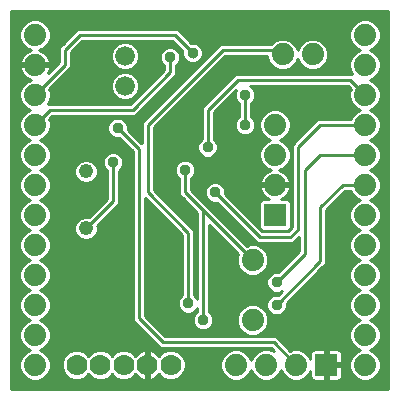
<source format=gbl>
G75*
%MOIN*%
%OFA0B0*%
%FSLAX25Y25*%
%IPPOS*%
%LPD*%
%AMOC8*
5,1,8,0,0,1.08239X$1,22.5*
%
%ADD10C,0.04800*%
%ADD11R,0.07400X0.07400*%
%ADD12C,0.07400*%
%ADD13C,0.06600*%
%ADD14C,0.07000*%
%ADD15C,0.01000*%
%ADD16C,0.03762*%
D10*
X0028500Y0057996D03*
X0028500Y0076996D03*
D11*
X0091500Y0062496D03*
X0108500Y0012496D03*
D12*
X0098500Y0012496D03*
X0088500Y0012496D03*
X0078500Y0012496D03*
X0084000Y0027496D03*
X0084000Y0047496D03*
X0091500Y0072496D03*
X0091500Y0082496D03*
X0091500Y0092496D03*
X0094000Y0115996D03*
X0104000Y0115996D03*
X0121500Y0112496D03*
X0121500Y0102496D03*
X0121500Y0092496D03*
X0121500Y0082496D03*
X0121500Y0072496D03*
X0121500Y0062496D03*
X0121500Y0052496D03*
X0121500Y0042496D03*
X0121500Y0032496D03*
X0121500Y0022496D03*
X0121500Y0012496D03*
X0121500Y0122496D03*
X0011500Y0122496D03*
X0011500Y0112496D03*
X0011500Y0102496D03*
X0011500Y0092496D03*
X0011500Y0082496D03*
X0011500Y0072496D03*
X0011500Y0062496D03*
X0011500Y0052496D03*
X0011500Y0042496D03*
X0011500Y0032496D03*
X0011500Y0022496D03*
X0011500Y0012496D03*
D13*
X0041500Y0105496D03*
X0041500Y0115496D03*
D14*
X0041000Y0012496D03*
X0033165Y0012496D03*
X0025331Y0012496D03*
X0048835Y0012496D03*
X0056669Y0012496D03*
D15*
X0003500Y0004496D02*
X0003500Y0130457D01*
X0129201Y0130457D01*
X0129201Y0004496D01*
X0003500Y0004496D01*
X0003500Y0005492D02*
X0129201Y0005492D01*
X0129201Y0006490D02*
X0003500Y0006490D01*
X0003500Y0007489D02*
X0010001Y0007489D01*
X0010466Y0007296D02*
X0012534Y0007296D01*
X0014446Y0008088D01*
X0015908Y0009551D01*
X0016700Y0011462D01*
X0016700Y0013531D01*
X0015908Y0015442D01*
X0014446Y0016905D01*
X0013017Y0017496D01*
X0014446Y0018088D01*
X0015908Y0019551D01*
X0016700Y0021462D01*
X0016700Y0023531D01*
X0015908Y0025442D01*
X0014446Y0026905D01*
X0013017Y0027496D01*
X0014446Y0028088D01*
X0015908Y0029551D01*
X0016700Y0031462D01*
X0016700Y0033531D01*
X0015908Y0035442D01*
X0014446Y0036905D01*
X0013017Y0037496D01*
X0014446Y0038088D01*
X0015908Y0039551D01*
X0016700Y0041462D01*
X0016700Y0043531D01*
X0015908Y0045442D01*
X0014446Y0046905D01*
X0013017Y0047496D01*
X0014446Y0048088D01*
X0015908Y0049551D01*
X0016700Y0051462D01*
X0016700Y0053531D01*
X0015908Y0055442D01*
X0014446Y0056905D01*
X0013017Y0057496D01*
X0014446Y0058088D01*
X0015908Y0059551D01*
X0016700Y0061462D01*
X0016700Y0063531D01*
X0015908Y0065442D01*
X0014446Y0066905D01*
X0013017Y0067496D01*
X0014446Y0068088D01*
X0015908Y0069551D01*
X0016700Y0071462D01*
X0016700Y0073531D01*
X0015908Y0075442D01*
X0014446Y0076905D01*
X0013017Y0077496D01*
X0014446Y0078088D01*
X0015908Y0079551D01*
X0016700Y0081462D01*
X0016700Y0083531D01*
X0015908Y0085442D01*
X0014446Y0086905D01*
X0013017Y0087496D01*
X0014446Y0088088D01*
X0015908Y0089551D01*
X0016700Y0091462D01*
X0016700Y0093531D01*
X0016308Y0094476D01*
X0017328Y0095496D01*
X0044828Y0095496D01*
X0046000Y0096668D01*
X0058500Y0109168D01*
X0058500Y0112215D01*
X0059366Y0113081D01*
X0059881Y0114324D01*
X0059881Y0115669D01*
X0059366Y0116911D01*
X0058415Y0117863D01*
X0057173Y0118377D01*
X0055827Y0118377D01*
X0054585Y0117863D01*
X0053634Y0116911D01*
X0053119Y0115669D01*
X0053119Y0114324D01*
X0053634Y0113081D01*
X0054500Y0112215D01*
X0054500Y0110825D01*
X0043172Y0099496D01*
X0015854Y0099496D01*
X0015908Y0099551D01*
X0016700Y0101462D01*
X0016700Y0103531D01*
X0016308Y0104476D01*
X0023500Y0111668D01*
X0023500Y0116668D01*
X0027328Y0120496D01*
X0057172Y0120496D01*
X0060619Y0117049D01*
X0060619Y0115824D01*
X0061134Y0114581D01*
X0062085Y0113630D01*
X0062858Y0113309D01*
X0063172Y0112996D01*
X0064828Y0112996D01*
X0065142Y0113309D01*
X0065915Y0113630D01*
X0066866Y0114581D01*
X0067381Y0115824D01*
X0067381Y0117169D01*
X0066866Y0118411D01*
X0065915Y0119363D01*
X0064673Y0119877D01*
X0063447Y0119877D01*
X0060000Y0123325D01*
X0058828Y0124496D01*
X0025672Y0124496D01*
X0024500Y0123325D01*
X0020672Y0119496D01*
X0019500Y0118325D01*
X0019500Y0113325D01*
X0015949Y0109773D01*
X0016319Y0110500D01*
X0016572Y0111279D01*
X0016686Y0111996D01*
X0012000Y0111996D01*
X0012000Y0112996D01*
X0016686Y0112996D01*
X0016572Y0113714D01*
X0016319Y0114492D01*
X0015947Y0115222D01*
X0015466Y0115884D01*
X0014888Y0116463D01*
X0014225Y0116944D01*
X0013496Y0117315D01*
X0012983Y0117482D01*
X0014446Y0118088D01*
X0015908Y0119551D01*
X0016700Y0121462D01*
X0016700Y0123531D01*
X0015908Y0125442D01*
X0014446Y0126905D01*
X0012534Y0127696D01*
X0010466Y0127696D01*
X0008554Y0126905D01*
X0007092Y0125442D01*
X0006300Y0123531D01*
X0006300Y0121462D01*
X0007092Y0119551D01*
X0008554Y0118088D01*
X0010017Y0117482D01*
X0009504Y0117315D01*
X0008775Y0116944D01*
X0008112Y0116463D01*
X0007534Y0115884D01*
X0007053Y0115222D01*
X0006681Y0114492D01*
X0006428Y0113714D01*
X0006314Y0112996D01*
X0011000Y0112996D01*
X0011000Y0111996D01*
X0006314Y0111996D01*
X0006428Y0111279D01*
X0006681Y0110500D01*
X0007053Y0109771D01*
X0007534Y0109109D01*
X0008112Y0108530D01*
X0008775Y0108049D01*
X0009504Y0107677D01*
X0010017Y0107510D01*
X0008554Y0106905D01*
X0007092Y0105442D01*
X0006300Y0103531D01*
X0006300Y0101462D01*
X0007092Y0099551D01*
X0008554Y0098088D01*
X0009983Y0097496D01*
X0008554Y0096905D01*
X0007092Y0095442D01*
X0006300Y0093531D01*
X0006300Y0091462D01*
X0007092Y0089551D01*
X0008554Y0088088D01*
X0009983Y0087496D01*
X0008554Y0086905D01*
X0007092Y0085442D01*
X0006300Y0083531D01*
X0006300Y0081462D01*
X0007092Y0079551D01*
X0008554Y0078088D01*
X0009983Y0077496D01*
X0008554Y0076905D01*
X0007092Y0075442D01*
X0006300Y0073531D01*
X0006300Y0071462D01*
X0007092Y0069551D01*
X0008554Y0068088D01*
X0009983Y0067496D01*
X0008554Y0066905D01*
X0007092Y0065442D01*
X0006300Y0063531D01*
X0006300Y0061462D01*
X0007092Y0059551D01*
X0008554Y0058088D01*
X0009983Y0057496D01*
X0008554Y0056905D01*
X0007092Y0055442D01*
X0006300Y0053531D01*
X0006300Y0051462D01*
X0007092Y0049551D01*
X0008554Y0048088D01*
X0009983Y0047496D01*
X0008554Y0046905D01*
X0007092Y0045442D01*
X0006300Y0043531D01*
X0006300Y0041462D01*
X0007092Y0039551D01*
X0008554Y0038088D01*
X0009983Y0037496D01*
X0008554Y0036905D01*
X0007092Y0035442D01*
X0006300Y0033531D01*
X0006300Y0031462D01*
X0007092Y0029551D01*
X0008554Y0028088D01*
X0009983Y0027496D01*
X0008554Y0026905D01*
X0007092Y0025442D01*
X0006300Y0023531D01*
X0006300Y0021462D01*
X0007092Y0019551D01*
X0008554Y0018088D01*
X0009983Y0017496D01*
X0008554Y0016905D01*
X0007092Y0015442D01*
X0006300Y0013531D01*
X0006300Y0011462D01*
X0007092Y0009551D01*
X0008554Y0008088D01*
X0010466Y0007296D01*
X0008155Y0008487D02*
X0003500Y0008487D01*
X0003500Y0009486D02*
X0007156Y0009486D01*
X0006705Y0010484D02*
X0003500Y0010484D01*
X0003500Y0011483D02*
X0006300Y0011483D01*
X0006300Y0012481D02*
X0003500Y0012481D01*
X0003500Y0013480D02*
X0006300Y0013480D01*
X0006693Y0014478D02*
X0003500Y0014478D01*
X0003500Y0015477D02*
X0007127Y0015477D01*
X0008125Y0016475D02*
X0003500Y0016475D01*
X0003500Y0017474D02*
X0009929Y0017474D01*
X0008170Y0018472D02*
X0003500Y0018472D01*
X0003500Y0019471D02*
X0007171Y0019471D01*
X0006711Y0020469D02*
X0003500Y0020469D01*
X0003500Y0021468D02*
X0006300Y0021468D01*
X0006300Y0022466D02*
X0003500Y0022466D01*
X0003500Y0023465D02*
X0006300Y0023465D01*
X0006686Y0024463D02*
X0003500Y0024463D01*
X0003500Y0025462D02*
X0007112Y0025462D01*
X0008110Y0026460D02*
X0003500Y0026460D01*
X0003500Y0027459D02*
X0009893Y0027459D01*
X0008185Y0028457D02*
X0003500Y0028457D01*
X0003500Y0029456D02*
X0007186Y0029456D01*
X0006717Y0030455D02*
X0003500Y0030455D01*
X0003500Y0031453D02*
X0006304Y0031453D01*
X0006300Y0032452D02*
X0003500Y0032452D01*
X0003500Y0033450D02*
X0006300Y0033450D01*
X0006680Y0034449D02*
X0003500Y0034449D01*
X0003500Y0035447D02*
X0007097Y0035447D01*
X0008095Y0036446D02*
X0003500Y0036446D01*
X0003500Y0037444D02*
X0009857Y0037444D01*
X0008200Y0038443D02*
X0003500Y0038443D01*
X0003500Y0039441D02*
X0007201Y0039441D01*
X0006723Y0040440D02*
X0003500Y0040440D01*
X0003500Y0041438D02*
X0006310Y0041438D01*
X0006300Y0042437D02*
X0003500Y0042437D01*
X0003500Y0043435D02*
X0006300Y0043435D01*
X0006674Y0044434D02*
X0003500Y0044434D01*
X0003500Y0045432D02*
X0007088Y0045432D01*
X0008081Y0046431D02*
X0003500Y0046431D01*
X0003500Y0047429D02*
X0009821Y0047429D01*
X0008215Y0048428D02*
X0003500Y0048428D01*
X0003500Y0049426D02*
X0007216Y0049426D01*
X0006730Y0050425D02*
X0003500Y0050425D01*
X0003500Y0051423D02*
X0006316Y0051423D01*
X0006300Y0052422D02*
X0003500Y0052422D01*
X0003500Y0053420D02*
X0006300Y0053420D01*
X0006668Y0054419D02*
X0003500Y0054419D01*
X0003500Y0055417D02*
X0007082Y0055417D01*
X0008066Y0056416D02*
X0003500Y0056416D01*
X0003500Y0057414D02*
X0009785Y0057414D01*
X0008229Y0058413D02*
X0003500Y0058413D01*
X0003500Y0059411D02*
X0007231Y0059411D01*
X0006736Y0060410D02*
X0003500Y0060410D01*
X0003500Y0061408D02*
X0006322Y0061408D01*
X0006300Y0062407D02*
X0003500Y0062407D01*
X0003500Y0063405D02*
X0006300Y0063405D01*
X0006662Y0064404D02*
X0003500Y0064404D01*
X0003500Y0065402D02*
X0007075Y0065402D01*
X0008051Y0066401D02*
X0003500Y0066401D01*
X0003500Y0067399D02*
X0009749Y0067399D01*
X0008244Y0068398D02*
X0003500Y0068398D01*
X0003500Y0069396D02*
X0007246Y0069396D01*
X0006742Y0070395D02*
X0003500Y0070395D01*
X0003500Y0071393D02*
X0006328Y0071393D01*
X0006300Y0072392D02*
X0003500Y0072392D01*
X0003500Y0073391D02*
X0006300Y0073391D01*
X0006656Y0074389D02*
X0003500Y0074389D01*
X0003500Y0075388D02*
X0007069Y0075388D01*
X0008036Y0076386D02*
X0003500Y0076386D01*
X0003500Y0077385D02*
X0009713Y0077385D01*
X0008259Y0078383D02*
X0003500Y0078383D01*
X0003500Y0079382D02*
X0007261Y0079382D01*
X0006748Y0080380D02*
X0003500Y0080380D01*
X0003500Y0081379D02*
X0006334Y0081379D01*
X0006300Y0082377D02*
X0003500Y0082377D01*
X0003500Y0083376D02*
X0006300Y0083376D01*
X0006649Y0084374D02*
X0003500Y0084374D01*
X0003500Y0085373D02*
X0007063Y0085373D01*
X0008021Y0086371D02*
X0003500Y0086371D01*
X0003500Y0087370D02*
X0009677Y0087370D01*
X0008274Y0088368D02*
X0003500Y0088368D01*
X0003500Y0089367D02*
X0007276Y0089367D01*
X0006754Y0090365D02*
X0003500Y0090365D01*
X0003500Y0091364D02*
X0006341Y0091364D01*
X0006300Y0092362D02*
X0003500Y0092362D01*
X0003500Y0093361D02*
X0006300Y0093361D01*
X0006643Y0094359D02*
X0003500Y0094359D01*
X0003500Y0095358D02*
X0007057Y0095358D01*
X0008006Y0096356D02*
X0003500Y0096356D01*
X0003500Y0097355D02*
X0009641Y0097355D01*
X0008289Y0098353D02*
X0003500Y0098353D01*
X0003500Y0099352D02*
X0007290Y0099352D01*
X0006760Y0100350D02*
X0003500Y0100350D01*
X0003500Y0101349D02*
X0006347Y0101349D01*
X0006300Y0102347D02*
X0003500Y0102347D01*
X0003500Y0103346D02*
X0006300Y0103346D01*
X0006637Y0104344D02*
X0003500Y0104344D01*
X0003500Y0105343D02*
X0007051Y0105343D01*
X0007991Y0106341D02*
X0003500Y0106341D01*
X0003500Y0107340D02*
X0009605Y0107340D01*
X0008376Y0108338D02*
X0003500Y0108338D01*
X0003500Y0109337D02*
X0007368Y0109337D01*
X0006765Y0110335D02*
X0003500Y0110335D01*
X0003500Y0111334D02*
X0006419Y0111334D01*
X0006367Y0113331D02*
X0003500Y0113331D01*
X0003500Y0114329D02*
X0006628Y0114329D01*
X0007130Y0115328D02*
X0003500Y0115328D01*
X0003500Y0116326D02*
X0007976Y0116326D01*
X0009534Y0117325D02*
X0003500Y0117325D01*
X0003500Y0118324D02*
X0008319Y0118324D01*
X0007320Y0119322D02*
X0003500Y0119322D01*
X0003500Y0120321D02*
X0006773Y0120321D01*
X0006359Y0121319D02*
X0003500Y0121319D01*
X0003500Y0122318D02*
X0006300Y0122318D01*
X0006300Y0123316D02*
X0003500Y0123316D01*
X0003500Y0124315D02*
X0006625Y0124315D01*
X0007038Y0125313D02*
X0003500Y0125313D01*
X0003500Y0126312D02*
X0007961Y0126312D01*
X0009534Y0127310D02*
X0003500Y0127310D01*
X0003500Y0128309D02*
X0129201Y0128309D01*
X0129201Y0129307D02*
X0003500Y0129307D01*
X0003500Y0130306D02*
X0129201Y0130306D01*
X0129201Y0127310D02*
X0123466Y0127310D01*
X0122534Y0127696D02*
X0120466Y0127696D01*
X0118554Y0126905D01*
X0117092Y0125442D01*
X0116300Y0123531D01*
X0116300Y0121462D01*
X0117092Y0119551D01*
X0118554Y0118088D01*
X0119983Y0117496D01*
X0118554Y0116905D01*
X0117092Y0115442D01*
X0116300Y0113531D01*
X0116300Y0111462D01*
X0117092Y0109551D01*
X0117146Y0109496D01*
X0078172Y0109496D01*
X0077000Y0108325D01*
X0067000Y0098325D01*
X0067000Y0087778D01*
X0066134Y0086911D01*
X0065619Y0085669D01*
X0065619Y0084324D01*
X0066134Y0083081D01*
X0067085Y0082130D01*
X0068327Y0081615D01*
X0069673Y0081615D01*
X0070915Y0082130D01*
X0071866Y0083081D01*
X0072381Y0084324D01*
X0072381Y0085669D01*
X0071866Y0086911D01*
X0071000Y0087778D01*
X0071000Y0096668D01*
X0078556Y0104224D01*
X0078119Y0103169D01*
X0078119Y0101824D01*
X0078634Y0100581D01*
X0079500Y0099715D01*
X0079500Y0095278D01*
X0078634Y0094411D01*
X0078119Y0093169D01*
X0078119Y0091824D01*
X0078634Y0090581D01*
X0079585Y0089630D01*
X0080827Y0089115D01*
X0082173Y0089115D01*
X0083415Y0089630D01*
X0084366Y0090581D01*
X0084881Y0091824D01*
X0084881Y0093169D01*
X0084366Y0094411D01*
X0083500Y0095278D01*
X0083500Y0099715D01*
X0084366Y0100581D01*
X0084881Y0101824D01*
X0084881Y0103169D01*
X0084366Y0104411D01*
X0083415Y0105363D01*
X0083093Y0105496D01*
X0115672Y0105496D01*
X0116692Y0104476D01*
X0116300Y0103531D01*
X0116300Y0101462D01*
X0117092Y0099551D01*
X0118554Y0098088D01*
X0119983Y0097496D01*
X0118554Y0096905D01*
X0117092Y0095442D01*
X0116700Y0094496D01*
X0105672Y0094496D01*
X0104500Y0093325D01*
X0097000Y0085825D01*
X0097000Y0058325D01*
X0095672Y0056996D01*
X0087328Y0056996D01*
X0074881Y0069444D01*
X0074881Y0070669D01*
X0074366Y0071911D01*
X0073415Y0072863D01*
X0072173Y0073377D01*
X0070827Y0073377D01*
X0069585Y0072863D01*
X0068634Y0071911D01*
X0068119Y0070669D01*
X0068119Y0069324D01*
X0068634Y0068081D01*
X0069585Y0067130D01*
X0070827Y0066615D01*
X0072053Y0066615D01*
X0084500Y0054168D01*
X0085672Y0052996D01*
X0097328Y0052996D01*
X0099500Y0055168D01*
X0099500Y0050325D01*
X0092553Y0043377D01*
X0091327Y0043377D01*
X0090085Y0042863D01*
X0089134Y0041911D01*
X0088619Y0040669D01*
X0088619Y0039324D01*
X0089134Y0038081D01*
X0090085Y0037130D01*
X0091327Y0036615D01*
X0092673Y0036615D01*
X0093727Y0037052D01*
X0092553Y0035877D01*
X0091327Y0035877D01*
X0090085Y0035363D01*
X0089134Y0034411D01*
X0088619Y0033169D01*
X0088619Y0031824D01*
X0089134Y0030581D01*
X0090085Y0029630D01*
X0091327Y0029115D01*
X0092673Y0029115D01*
X0093915Y0029630D01*
X0094866Y0030581D01*
X0095381Y0031824D01*
X0095381Y0033049D01*
X0107328Y0044996D01*
X0107328Y0044996D01*
X0108500Y0046168D01*
X0108500Y0064168D01*
X0114828Y0070496D01*
X0116700Y0070496D01*
X0117092Y0069551D01*
X0118554Y0068088D01*
X0119983Y0067496D01*
X0118554Y0066905D01*
X0117092Y0065442D01*
X0116300Y0063531D01*
X0116300Y0061462D01*
X0117092Y0059551D01*
X0118554Y0058088D01*
X0119983Y0057496D01*
X0118554Y0056905D01*
X0117092Y0055442D01*
X0116300Y0053531D01*
X0116300Y0051462D01*
X0117092Y0049551D01*
X0118554Y0048088D01*
X0119983Y0047496D01*
X0118554Y0046905D01*
X0117092Y0045442D01*
X0116300Y0043531D01*
X0116300Y0041462D01*
X0117092Y0039551D01*
X0118554Y0038088D01*
X0119983Y0037496D01*
X0118554Y0036905D01*
X0117092Y0035442D01*
X0116300Y0033531D01*
X0116300Y0031462D01*
X0117092Y0029551D01*
X0118554Y0028088D01*
X0119983Y0027496D01*
X0118554Y0026905D01*
X0117092Y0025442D01*
X0116300Y0023531D01*
X0116300Y0021462D01*
X0117092Y0019551D01*
X0118554Y0018088D01*
X0119983Y0017496D01*
X0118554Y0016905D01*
X0117092Y0015442D01*
X0116300Y0013531D01*
X0116300Y0011462D01*
X0117092Y0009551D01*
X0118554Y0008088D01*
X0120466Y0007296D01*
X0122534Y0007296D01*
X0124446Y0008088D01*
X0125908Y0009551D01*
X0126700Y0011462D01*
X0126700Y0013531D01*
X0125908Y0015442D01*
X0124446Y0016905D01*
X0123017Y0017496D01*
X0124446Y0018088D01*
X0125908Y0019551D01*
X0126700Y0021462D01*
X0126700Y0023531D01*
X0125908Y0025442D01*
X0124446Y0026905D01*
X0123017Y0027496D01*
X0124446Y0028088D01*
X0125908Y0029551D01*
X0126700Y0031462D01*
X0126700Y0033531D01*
X0125908Y0035442D01*
X0124446Y0036905D01*
X0123017Y0037496D01*
X0124446Y0038088D01*
X0125908Y0039551D01*
X0126700Y0041462D01*
X0126700Y0043531D01*
X0125908Y0045442D01*
X0124446Y0046905D01*
X0123017Y0047496D01*
X0124446Y0048088D01*
X0125908Y0049551D01*
X0126700Y0051462D01*
X0126700Y0053531D01*
X0125908Y0055442D01*
X0124446Y0056905D01*
X0123017Y0057496D01*
X0124446Y0058088D01*
X0125908Y0059551D01*
X0126700Y0061462D01*
X0126700Y0063531D01*
X0125908Y0065442D01*
X0124446Y0066905D01*
X0123017Y0067496D01*
X0124446Y0068088D01*
X0125908Y0069551D01*
X0126700Y0071462D01*
X0126700Y0073531D01*
X0125908Y0075442D01*
X0124446Y0076905D01*
X0123017Y0077496D01*
X0124446Y0078088D01*
X0125908Y0079551D01*
X0126700Y0081462D01*
X0126700Y0083531D01*
X0125908Y0085442D01*
X0124446Y0086905D01*
X0123017Y0087496D01*
X0124446Y0088088D01*
X0125908Y0089551D01*
X0126700Y0091462D01*
X0126700Y0093531D01*
X0125908Y0095442D01*
X0124446Y0096905D01*
X0123017Y0097496D01*
X0124446Y0098088D01*
X0125908Y0099551D01*
X0126700Y0101462D01*
X0126700Y0103531D01*
X0125908Y0105442D01*
X0124446Y0106905D01*
X0123017Y0107496D01*
X0124446Y0108088D01*
X0125908Y0109551D01*
X0126700Y0111462D01*
X0126700Y0113531D01*
X0125908Y0115442D01*
X0124446Y0116905D01*
X0123017Y0117496D01*
X0124446Y0118088D01*
X0125908Y0119551D01*
X0126700Y0121462D01*
X0126700Y0123531D01*
X0125908Y0125442D01*
X0124446Y0126905D01*
X0122534Y0127696D01*
X0125038Y0126312D02*
X0129201Y0126312D01*
X0129201Y0125313D02*
X0125962Y0125313D01*
X0126375Y0124315D02*
X0129201Y0124315D01*
X0129201Y0123316D02*
X0126700Y0123316D01*
X0126700Y0122318D02*
X0129201Y0122318D01*
X0129201Y0121319D02*
X0126641Y0121319D01*
X0126227Y0120321D02*
X0129201Y0120321D01*
X0129201Y0119322D02*
X0125680Y0119322D01*
X0124681Y0118324D02*
X0129201Y0118324D01*
X0129201Y0117325D02*
X0123430Y0117325D01*
X0125024Y0116326D02*
X0129201Y0116326D01*
X0129201Y0115328D02*
X0125955Y0115328D01*
X0126369Y0114329D02*
X0129201Y0114329D01*
X0129201Y0113331D02*
X0126700Y0113331D01*
X0126700Y0112332D02*
X0129201Y0112332D01*
X0129201Y0111334D02*
X0126647Y0111334D01*
X0126233Y0110335D02*
X0129201Y0110335D01*
X0129201Y0109337D02*
X0125695Y0109337D01*
X0124696Y0108338D02*
X0129201Y0108338D01*
X0129201Y0107340D02*
X0123395Y0107340D01*
X0125009Y0106341D02*
X0129201Y0106341D01*
X0129201Y0105343D02*
X0125949Y0105343D01*
X0126363Y0104344D02*
X0129201Y0104344D01*
X0129201Y0103346D02*
X0126700Y0103346D01*
X0126700Y0102347D02*
X0129201Y0102347D01*
X0129201Y0101349D02*
X0126653Y0101349D01*
X0126240Y0100350D02*
X0129201Y0100350D01*
X0129201Y0099352D02*
X0125710Y0099352D01*
X0124711Y0098353D02*
X0129201Y0098353D01*
X0129201Y0097355D02*
X0123359Y0097355D01*
X0124994Y0096356D02*
X0129201Y0096356D01*
X0129201Y0095358D02*
X0125943Y0095358D01*
X0126357Y0094359D02*
X0129201Y0094359D01*
X0129201Y0093361D02*
X0126700Y0093361D01*
X0126700Y0092362D02*
X0129201Y0092362D01*
X0129201Y0091364D02*
X0126659Y0091364D01*
X0126246Y0090365D02*
X0129201Y0090365D01*
X0129201Y0089367D02*
X0125724Y0089367D01*
X0124726Y0088368D02*
X0129201Y0088368D01*
X0129201Y0087370D02*
X0123323Y0087370D01*
X0124979Y0086371D02*
X0129201Y0086371D01*
X0129201Y0085373D02*
X0125937Y0085373D01*
X0126351Y0084374D02*
X0129201Y0084374D01*
X0129201Y0083376D02*
X0126700Y0083376D01*
X0126700Y0082377D02*
X0129201Y0082377D01*
X0129201Y0081379D02*
X0126666Y0081379D01*
X0126252Y0080380D02*
X0129201Y0080380D01*
X0129201Y0079382D02*
X0125739Y0079382D01*
X0124741Y0078383D02*
X0129201Y0078383D01*
X0129201Y0077385D02*
X0123287Y0077385D01*
X0124964Y0076386D02*
X0129201Y0076386D01*
X0129201Y0075388D02*
X0125931Y0075388D01*
X0126344Y0074389D02*
X0129201Y0074389D01*
X0129201Y0073391D02*
X0126700Y0073391D01*
X0126700Y0072392D02*
X0129201Y0072392D01*
X0129201Y0071393D02*
X0126672Y0071393D01*
X0126258Y0070395D02*
X0129201Y0070395D01*
X0129201Y0069396D02*
X0125754Y0069396D01*
X0124756Y0068398D02*
X0129201Y0068398D01*
X0129201Y0067399D02*
X0123251Y0067399D01*
X0124949Y0066401D02*
X0129201Y0066401D01*
X0129201Y0065402D02*
X0125925Y0065402D01*
X0126338Y0064404D02*
X0129201Y0064404D01*
X0129201Y0063405D02*
X0126700Y0063405D01*
X0126700Y0062407D02*
X0129201Y0062407D01*
X0129201Y0061408D02*
X0126678Y0061408D01*
X0126264Y0060410D02*
X0129201Y0060410D01*
X0129201Y0059411D02*
X0125769Y0059411D01*
X0124771Y0058413D02*
X0129201Y0058413D01*
X0129201Y0057414D02*
X0123215Y0057414D01*
X0124934Y0056416D02*
X0129201Y0056416D01*
X0129201Y0055417D02*
X0125918Y0055417D01*
X0126332Y0054419D02*
X0129201Y0054419D01*
X0129201Y0053420D02*
X0126700Y0053420D01*
X0126700Y0052422D02*
X0129201Y0052422D01*
X0129201Y0051423D02*
X0126684Y0051423D01*
X0126270Y0050425D02*
X0129201Y0050425D01*
X0129201Y0049426D02*
X0125784Y0049426D01*
X0124785Y0048428D02*
X0129201Y0048428D01*
X0129201Y0047429D02*
X0123179Y0047429D01*
X0124919Y0046431D02*
X0129201Y0046431D01*
X0129201Y0045432D02*
X0125912Y0045432D01*
X0126326Y0044434D02*
X0129201Y0044434D01*
X0129201Y0043435D02*
X0126700Y0043435D01*
X0126700Y0042437D02*
X0129201Y0042437D01*
X0129201Y0041438D02*
X0126690Y0041438D01*
X0126277Y0040440D02*
X0129201Y0040440D01*
X0129201Y0039441D02*
X0125799Y0039441D01*
X0124800Y0038443D02*
X0129201Y0038443D01*
X0129201Y0037444D02*
X0123143Y0037444D01*
X0124905Y0036446D02*
X0129201Y0036446D01*
X0129201Y0035447D02*
X0125903Y0035447D01*
X0126320Y0034449D02*
X0129201Y0034449D01*
X0129201Y0033450D02*
X0126700Y0033450D01*
X0126700Y0032452D02*
X0129201Y0032452D01*
X0129201Y0031453D02*
X0126696Y0031453D01*
X0126283Y0030455D02*
X0129201Y0030455D01*
X0129201Y0029456D02*
X0125814Y0029456D01*
X0124815Y0028457D02*
X0129201Y0028457D01*
X0129201Y0027459D02*
X0123107Y0027459D01*
X0124890Y0026460D02*
X0129201Y0026460D01*
X0129201Y0025462D02*
X0125888Y0025462D01*
X0126314Y0024463D02*
X0129201Y0024463D01*
X0129201Y0023465D02*
X0126700Y0023465D01*
X0126700Y0022466D02*
X0129201Y0022466D01*
X0129201Y0021468D02*
X0126700Y0021468D01*
X0126289Y0020469D02*
X0129201Y0020469D01*
X0129201Y0019471D02*
X0125829Y0019471D01*
X0124830Y0018472D02*
X0129201Y0018472D01*
X0129201Y0017474D02*
X0123071Y0017474D01*
X0124875Y0016475D02*
X0129201Y0016475D01*
X0129201Y0015477D02*
X0125873Y0015477D01*
X0126307Y0014478D02*
X0129201Y0014478D01*
X0129201Y0013480D02*
X0126700Y0013480D01*
X0126700Y0012481D02*
X0129201Y0012481D01*
X0129201Y0011483D02*
X0126700Y0011483D01*
X0126295Y0010484D02*
X0129201Y0010484D01*
X0129201Y0009486D02*
X0125843Y0009486D01*
X0124845Y0008487D02*
X0129201Y0008487D01*
X0129201Y0007489D02*
X0122999Y0007489D01*
X0120001Y0007489D02*
X0112935Y0007489D01*
X0112779Y0007398D02*
X0113121Y0007596D01*
X0113400Y0007875D01*
X0113598Y0008217D01*
X0113700Y0008599D01*
X0113700Y0011996D01*
X0109000Y0011996D01*
X0109000Y0007296D01*
X0112397Y0007296D01*
X0112779Y0007398D01*
X0113670Y0008487D02*
X0118155Y0008487D01*
X0117156Y0009486D02*
X0113700Y0009486D01*
X0113700Y0010484D02*
X0116705Y0010484D01*
X0116300Y0011483D02*
X0113700Y0011483D01*
X0113700Y0012996D02*
X0113700Y0016394D01*
X0113598Y0016775D01*
X0113400Y0017117D01*
X0113121Y0017396D01*
X0112779Y0017594D01*
X0112397Y0017696D01*
X0109000Y0017696D01*
X0109000Y0012996D01*
X0113700Y0012996D01*
X0113700Y0013480D02*
X0116300Y0013480D01*
X0116300Y0012481D02*
X0109000Y0012481D01*
X0109000Y0011996D02*
X0109000Y0012996D01*
X0108000Y0012996D01*
X0108000Y0017696D01*
X0104603Y0017696D01*
X0104221Y0017594D01*
X0103879Y0017396D01*
X0103600Y0017117D01*
X0103402Y0016775D01*
X0103300Y0016394D01*
X0103300Y0014496D01*
X0102908Y0015442D01*
X0101446Y0016905D01*
X0099534Y0017696D01*
X0097466Y0017696D01*
X0096520Y0017305D01*
X0091828Y0021996D01*
X0054828Y0021996D01*
X0048000Y0028825D01*
X0048000Y0068168D01*
X0060500Y0055668D01*
X0060500Y0035778D01*
X0059634Y0034911D01*
X0059119Y0033669D01*
X0059119Y0032324D01*
X0059634Y0031081D01*
X0060585Y0030130D01*
X0061827Y0029615D01*
X0063173Y0029615D01*
X0064415Y0030130D01*
X0065366Y0031081D01*
X0065500Y0031404D01*
X0065500Y0030278D01*
X0064634Y0029411D01*
X0064119Y0028169D01*
X0064119Y0026824D01*
X0064634Y0025581D01*
X0065585Y0024630D01*
X0066827Y0024115D01*
X0068173Y0024115D01*
X0069415Y0024630D01*
X0070366Y0025581D01*
X0070881Y0026824D01*
X0070881Y0028169D01*
X0070366Y0029411D01*
X0069500Y0030278D01*
X0069500Y0059168D01*
X0079192Y0049476D01*
X0078800Y0048531D01*
X0078800Y0046462D01*
X0079592Y0044551D01*
X0081054Y0043088D01*
X0082966Y0042296D01*
X0085034Y0042296D01*
X0086946Y0043088D01*
X0088408Y0044551D01*
X0089200Y0046462D01*
X0089200Y0048531D01*
X0088408Y0050442D01*
X0086946Y0051905D01*
X0085034Y0052696D01*
X0082966Y0052696D01*
X0082020Y0052305D01*
X0069750Y0064575D01*
X0063500Y0070825D01*
X0063500Y0074715D01*
X0064366Y0075581D01*
X0064881Y0076824D01*
X0064881Y0078169D01*
X0064366Y0079411D01*
X0063415Y0080363D01*
X0062173Y0080877D01*
X0060827Y0080877D01*
X0059585Y0080363D01*
X0058634Y0079411D01*
X0058119Y0078169D01*
X0058119Y0076824D01*
X0058634Y0075581D01*
X0059500Y0074715D01*
X0059500Y0069168D01*
X0060672Y0067996D01*
X0065500Y0063168D01*
X0065500Y0034589D01*
X0065366Y0034911D01*
X0064500Y0035778D01*
X0064500Y0057325D01*
X0051000Y0070825D01*
X0051000Y0091668D01*
X0074828Y0115496D01*
X0088800Y0115496D01*
X0088800Y0114962D01*
X0089592Y0113051D01*
X0091054Y0111588D01*
X0092966Y0110796D01*
X0095034Y0110796D01*
X0096946Y0111588D01*
X0098408Y0113051D01*
X0099000Y0114479D01*
X0099592Y0113051D01*
X0101054Y0111588D01*
X0102966Y0110796D01*
X0105034Y0110796D01*
X0106946Y0111588D01*
X0108408Y0113051D01*
X0109200Y0114962D01*
X0109200Y0117031D01*
X0108408Y0118942D01*
X0106946Y0120405D01*
X0105034Y0121196D01*
X0102966Y0121196D01*
X0101054Y0120405D01*
X0099592Y0118942D01*
X0099000Y0117513D01*
X0098408Y0118942D01*
X0096946Y0120405D01*
X0095034Y0121196D01*
X0092966Y0121196D01*
X0091054Y0120405D01*
X0090146Y0119496D01*
X0073172Y0119496D01*
X0072000Y0118325D01*
X0047000Y0093325D01*
X0047000Y0086325D01*
X0046828Y0086496D01*
X0042381Y0090944D01*
X0042381Y0092169D01*
X0041866Y0093411D01*
X0040915Y0094363D01*
X0039673Y0094877D01*
X0038327Y0094877D01*
X0037085Y0094363D01*
X0036134Y0093411D01*
X0035619Y0092169D01*
X0035619Y0090824D01*
X0036134Y0089581D01*
X0037085Y0088630D01*
X0038327Y0088115D01*
X0039553Y0088115D01*
X0044000Y0083668D01*
X0044000Y0027168D01*
X0045172Y0025996D01*
X0053172Y0017996D01*
X0090172Y0017996D01*
X0091134Y0017033D01*
X0089534Y0017696D01*
X0087466Y0017696D01*
X0085554Y0016905D01*
X0084092Y0015442D01*
X0083500Y0014013D01*
X0082908Y0015442D01*
X0081446Y0016905D01*
X0079534Y0017696D01*
X0077466Y0017696D01*
X0075554Y0016905D01*
X0074092Y0015442D01*
X0073300Y0013531D01*
X0073300Y0011462D01*
X0074092Y0009551D01*
X0075554Y0008088D01*
X0077466Y0007296D01*
X0079534Y0007296D01*
X0081446Y0008088D01*
X0082908Y0009551D01*
X0083500Y0010979D01*
X0084092Y0009551D01*
X0085554Y0008088D01*
X0087466Y0007296D01*
X0089534Y0007296D01*
X0091446Y0008088D01*
X0092908Y0009551D01*
X0093500Y0010979D01*
X0094092Y0009551D01*
X0095554Y0008088D01*
X0097466Y0007296D01*
X0099534Y0007296D01*
X0101446Y0008088D01*
X0102908Y0009551D01*
X0103300Y0010496D01*
X0103300Y0008599D01*
X0103402Y0008217D01*
X0103600Y0007875D01*
X0103879Y0007596D01*
X0104221Y0007398D01*
X0104603Y0007296D01*
X0108000Y0007296D01*
X0108000Y0011996D01*
X0109000Y0011996D01*
X0109000Y0011483D02*
X0108000Y0011483D01*
X0108000Y0010484D02*
X0109000Y0010484D01*
X0109000Y0009486D02*
X0108000Y0009486D01*
X0108000Y0008487D02*
X0109000Y0008487D01*
X0109000Y0007489D02*
X0108000Y0007489D01*
X0104065Y0007489D02*
X0099999Y0007489D01*
X0101845Y0008487D02*
X0103330Y0008487D01*
X0103300Y0009486D02*
X0102843Y0009486D01*
X0103295Y0010484D02*
X0103300Y0010484D01*
X0098500Y0012496D02*
X0091000Y0019996D01*
X0054000Y0019996D01*
X0046000Y0027996D01*
X0046000Y0084496D01*
X0039000Y0091496D01*
X0042381Y0091364D02*
X0047000Y0091364D01*
X0047000Y0092362D02*
X0042301Y0092362D01*
X0041887Y0093361D02*
X0047036Y0093361D01*
X0048035Y0094359D02*
X0040919Y0094359D01*
X0037081Y0094359D02*
X0016357Y0094359D01*
X0016700Y0093361D02*
X0036113Y0093361D01*
X0035699Y0092362D02*
X0016700Y0092362D01*
X0016659Y0091364D02*
X0035619Y0091364D01*
X0035809Y0090365D02*
X0016246Y0090365D01*
X0015724Y0089367D02*
X0036348Y0089367D01*
X0037716Y0088368D02*
X0014726Y0088368D01*
X0013323Y0087370D02*
X0040298Y0087370D01*
X0041297Y0086371D02*
X0014979Y0086371D01*
X0015937Y0085373D02*
X0042295Y0085373D01*
X0043294Y0084374D02*
X0016351Y0084374D01*
X0016700Y0083376D02*
X0036823Y0083376D01*
X0036827Y0083377D02*
X0035585Y0082863D01*
X0034634Y0081911D01*
X0034119Y0080669D01*
X0034119Y0079324D01*
X0034634Y0078081D01*
X0035500Y0077215D01*
X0035500Y0067825D01*
X0029485Y0061810D01*
X0029276Y0061896D01*
X0027724Y0061896D01*
X0026291Y0061302D01*
X0025194Y0060205D01*
X0024600Y0058772D01*
X0024600Y0057220D01*
X0025194Y0055787D01*
X0026291Y0054690D01*
X0027724Y0054096D01*
X0029276Y0054096D01*
X0030709Y0054690D01*
X0031806Y0055787D01*
X0032400Y0057220D01*
X0032400Y0058772D01*
X0032313Y0058981D01*
X0039500Y0066168D01*
X0039500Y0077215D01*
X0040366Y0078081D01*
X0040881Y0079324D01*
X0040881Y0080669D01*
X0040366Y0081911D01*
X0039415Y0082863D01*
X0038173Y0083377D01*
X0036827Y0083377D01*
X0038177Y0083376D02*
X0044000Y0083376D01*
X0044000Y0082377D02*
X0039901Y0082377D01*
X0040587Y0081379D02*
X0044000Y0081379D01*
X0044000Y0080380D02*
X0040881Y0080380D01*
X0040881Y0079382D02*
X0044000Y0079382D01*
X0044000Y0078383D02*
X0040491Y0078383D01*
X0039670Y0077385D02*
X0044000Y0077385D01*
X0044000Y0076386D02*
X0039500Y0076386D01*
X0039500Y0075388D02*
X0044000Y0075388D01*
X0044000Y0074389D02*
X0039500Y0074389D01*
X0039500Y0073391D02*
X0044000Y0073391D01*
X0044000Y0072392D02*
X0039500Y0072392D01*
X0039500Y0071393D02*
X0044000Y0071393D01*
X0044000Y0070395D02*
X0039500Y0070395D01*
X0039500Y0069396D02*
X0044000Y0069396D01*
X0044000Y0068398D02*
X0039500Y0068398D01*
X0039500Y0067399D02*
X0044000Y0067399D01*
X0044000Y0066401D02*
X0039500Y0066401D01*
X0038735Y0065402D02*
X0044000Y0065402D01*
X0044000Y0064404D02*
X0037736Y0064404D01*
X0036738Y0063405D02*
X0044000Y0063405D01*
X0044000Y0062407D02*
X0035739Y0062407D01*
X0034741Y0061408D02*
X0044000Y0061408D01*
X0044000Y0060410D02*
X0033742Y0060410D01*
X0032744Y0059411D02*
X0044000Y0059411D01*
X0044000Y0058413D02*
X0032400Y0058413D01*
X0032400Y0057414D02*
X0044000Y0057414D01*
X0044000Y0056416D02*
X0032067Y0056416D01*
X0031437Y0055417D02*
X0044000Y0055417D01*
X0044000Y0054419D02*
X0030055Y0054419D01*
X0026945Y0054419D02*
X0016332Y0054419D01*
X0016700Y0053420D02*
X0044000Y0053420D01*
X0044000Y0052422D02*
X0016700Y0052422D01*
X0016684Y0051423D02*
X0044000Y0051423D01*
X0044000Y0050425D02*
X0016270Y0050425D01*
X0015784Y0049426D02*
X0044000Y0049426D01*
X0044000Y0048428D02*
X0014785Y0048428D01*
X0013179Y0047429D02*
X0044000Y0047429D01*
X0044000Y0046431D02*
X0014919Y0046431D01*
X0015912Y0045432D02*
X0044000Y0045432D01*
X0044000Y0044434D02*
X0016326Y0044434D01*
X0016700Y0043435D02*
X0044000Y0043435D01*
X0044000Y0042437D02*
X0016700Y0042437D01*
X0016690Y0041438D02*
X0044000Y0041438D01*
X0044000Y0040440D02*
X0016277Y0040440D01*
X0015799Y0039441D02*
X0044000Y0039441D01*
X0044000Y0038443D02*
X0014800Y0038443D01*
X0014905Y0036446D02*
X0044000Y0036446D01*
X0044000Y0037444D02*
X0013143Y0037444D01*
X0015903Y0035447D02*
X0044000Y0035447D01*
X0044000Y0034449D02*
X0016320Y0034449D01*
X0016700Y0033450D02*
X0044000Y0033450D01*
X0044000Y0032452D02*
X0016700Y0032452D01*
X0016696Y0031453D02*
X0044000Y0031453D01*
X0044000Y0030455D02*
X0016283Y0030455D01*
X0015814Y0029456D02*
X0044000Y0029456D01*
X0044000Y0028457D02*
X0014815Y0028457D01*
X0013107Y0027459D02*
X0044000Y0027459D01*
X0044707Y0026460D02*
X0014890Y0026460D01*
X0015888Y0025462D02*
X0045706Y0025462D01*
X0046704Y0024463D02*
X0016314Y0024463D01*
X0016700Y0023465D02*
X0047703Y0023465D01*
X0048701Y0022466D02*
X0016700Y0022466D01*
X0016700Y0021468D02*
X0049700Y0021468D01*
X0050698Y0020469D02*
X0016289Y0020469D01*
X0015829Y0019471D02*
X0051697Y0019471D01*
X0052695Y0018472D02*
X0014830Y0018472D01*
X0014875Y0016475D02*
X0022239Y0016475D01*
X0022498Y0016735D02*
X0021092Y0015328D01*
X0020331Y0013491D01*
X0020331Y0011502D01*
X0021092Y0009664D01*
X0022498Y0008257D01*
X0024336Y0007496D01*
X0026325Y0007496D01*
X0028163Y0008257D01*
X0029248Y0009342D01*
X0030333Y0008257D01*
X0032171Y0007496D01*
X0034160Y0007496D01*
X0035998Y0008257D01*
X0037083Y0009342D01*
X0038168Y0008257D01*
X0040005Y0007496D01*
X0041995Y0007496D01*
X0043832Y0008257D01*
X0044934Y0009359D01*
X0045021Y0009239D01*
X0045577Y0008682D01*
X0046214Y0008220D01*
X0046915Y0007863D01*
X0047664Y0007619D01*
X0048335Y0007513D01*
X0048335Y0011996D01*
X0049335Y0011996D01*
X0049335Y0007513D01*
X0050005Y0007619D01*
X0050754Y0007863D01*
X0051455Y0008220D01*
X0052092Y0008682D01*
X0052648Y0009239D01*
X0052736Y0009359D01*
X0053837Y0008257D01*
X0055675Y0007496D01*
X0057664Y0007496D01*
X0059502Y0008257D01*
X0060908Y0009664D01*
X0061669Y0011502D01*
X0061669Y0013491D01*
X0060908Y0015328D01*
X0059502Y0016735D01*
X0057664Y0017496D01*
X0055675Y0017496D01*
X0053837Y0016735D01*
X0052736Y0015634D01*
X0052648Y0015753D01*
X0052092Y0016310D01*
X0051455Y0016773D01*
X0050754Y0017130D01*
X0050005Y0017373D01*
X0049335Y0017479D01*
X0049335Y0012996D01*
X0048335Y0012996D01*
X0048335Y0017479D01*
X0047664Y0017373D01*
X0046915Y0017130D01*
X0046214Y0016773D01*
X0045577Y0016310D01*
X0045021Y0015753D01*
X0044934Y0015634D01*
X0043832Y0016735D01*
X0041995Y0017496D01*
X0040005Y0017496D01*
X0038168Y0016735D01*
X0037083Y0015650D01*
X0035998Y0016735D01*
X0034160Y0017496D01*
X0032171Y0017496D01*
X0030333Y0016735D01*
X0029248Y0015650D01*
X0028163Y0016735D01*
X0026325Y0017496D01*
X0024336Y0017496D01*
X0022498Y0016735D01*
X0021240Y0015477D02*
X0015873Y0015477D01*
X0016307Y0014478D02*
X0020740Y0014478D01*
X0020331Y0013480D02*
X0016700Y0013480D01*
X0016700Y0012481D02*
X0020331Y0012481D01*
X0020338Y0011483D02*
X0016700Y0011483D01*
X0016295Y0010484D02*
X0020752Y0010484D01*
X0021270Y0009486D02*
X0015843Y0009486D01*
X0014845Y0008487D02*
X0022269Y0008487D01*
X0028393Y0008487D02*
X0030103Y0008487D01*
X0036227Y0008487D02*
X0037938Y0008487D01*
X0044062Y0008487D02*
X0045846Y0008487D01*
X0048335Y0008487D02*
X0049335Y0008487D01*
X0049335Y0009486D02*
X0048335Y0009486D01*
X0048335Y0010484D02*
X0049335Y0010484D01*
X0049335Y0011483D02*
X0048335Y0011483D01*
X0048335Y0013480D02*
X0049335Y0013480D01*
X0049335Y0014478D02*
X0048335Y0014478D01*
X0048335Y0015477D02*
X0049335Y0015477D01*
X0049335Y0016475D02*
X0048335Y0016475D01*
X0048335Y0017474D02*
X0049335Y0017474D01*
X0049369Y0017474D02*
X0055621Y0017474D01*
X0053577Y0016475D02*
X0051864Y0016475D01*
X0048300Y0017474D02*
X0042048Y0017474D01*
X0039952Y0017474D02*
X0034214Y0017474D01*
X0032117Y0017474D02*
X0026379Y0017474D01*
X0024282Y0017474D02*
X0013071Y0017474D01*
X0012999Y0007489D02*
X0077001Y0007489D01*
X0075155Y0008487D02*
X0059731Y0008487D01*
X0060730Y0009486D02*
X0074156Y0009486D01*
X0073705Y0010484D02*
X0061248Y0010484D01*
X0061661Y0011483D02*
X0073300Y0011483D01*
X0073300Y0012481D02*
X0061669Y0012481D01*
X0061669Y0013480D02*
X0073300Y0013480D01*
X0073693Y0014478D02*
X0061260Y0014478D01*
X0060760Y0015477D02*
X0074127Y0015477D01*
X0075125Y0016475D02*
X0059761Y0016475D01*
X0057718Y0017474D02*
X0076929Y0017474D01*
X0080071Y0017474D02*
X0086929Y0017474D01*
X0085125Y0016475D02*
X0081875Y0016475D01*
X0082873Y0015477D02*
X0084127Y0015477D01*
X0083693Y0014478D02*
X0083307Y0014478D01*
X0083295Y0010484D02*
X0083705Y0010484D01*
X0084156Y0009486D02*
X0082843Y0009486D01*
X0081845Y0008487D02*
X0085155Y0008487D01*
X0087001Y0007489D02*
X0079999Y0007489D01*
X0089999Y0007489D02*
X0097001Y0007489D01*
X0095155Y0008487D02*
X0091845Y0008487D01*
X0092843Y0009486D02*
X0094156Y0009486D01*
X0093705Y0010484D02*
X0093295Y0010484D01*
X0090694Y0017474D02*
X0090071Y0017474D01*
X0093355Y0020469D02*
X0116711Y0020469D01*
X0116300Y0021468D02*
X0092357Y0021468D01*
X0094354Y0019471D02*
X0117171Y0019471D01*
X0118170Y0018472D02*
X0095352Y0018472D01*
X0096351Y0017474D02*
X0096929Y0017474D01*
X0100071Y0017474D02*
X0104013Y0017474D01*
X0103322Y0016475D02*
X0101875Y0016475D01*
X0102873Y0015477D02*
X0103300Y0015477D01*
X0108000Y0015477D02*
X0109000Y0015477D01*
X0109000Y0016475D02*
X0108000Y0016475D01*
X0108000Y0017474D02*
X0109000Y0017474D01*
X0109000Y0014478D02*
X0108000Y0014478D01*
X0108000Y0013480D02*
X0109000Y0013480D01*
X0112987Y0017474D02*
X0119929Y0017474D01*
X0118125Y0016475D02*
X0113678Y0016475D01*
X0113700Y0015477D02*
X0117127Y0015477D01*
X0116693Y0014478D02*
X0113700Y0014478D01*
X0116300Y0022466D02*
X0085445Y0022466D01*
X0085034Y0022296D02*
X0086946Y0023088D01*
X0088408Y0024551D01*
X0089200Y0026462D01*
X0089200Y0028531D01*
X0088408Y0030442D01*
X0086946Y0031905D01*
X0085034Y0032696D01*
X0082966Y0032696D01*
X0081054Y0031905D01*
X0079592Y0030442D01*
X0078800Y0028531D01*
X0078800Y0026462D01*
X0079592Y0024551D01*
X0081054Y0023088D01*
X0082966Y0022296D01*
X0085034Y0022296D01*
X0082555Y0022466D02*
X0054358Y0022466D01*
X0053360Y0023465D02*
X0080677Y0023465D01*
X0079679Y0024463D02*
X0069014Y0024463D01*
X0070247Y0025462D02*
X0079214Y0025462D01*
X0078801Y0026460D02*
X0070731Y0026460D01*
X0070881Y0027459D02*
X0078800Y0027459D01*
X0078800Y0028457D02*
X0070761Y0028457D01*
X0070322Y0029456D02*
X0079183Y0029456D01*
X0079604Y0030455D02*
X0069500Y0030455D01*
X0069500Y0031453D02*
X0080603Y0031453D01*
X0082375Y0032452D02*
X0069500Y0032452D01*
X0069500Y0033450D02*
X0088735Y0033450D01*
X0088619Y0032452D02*
X0085625Y0032452D01*
X0087397Y0031453D02*
X0088772Y0031453D01*
X0088396Y0030455D02*
X0089260Y0030455D01*
X0088817Y0029456D02*
X0090504Y0029456D01*
X0089200Y0028457D02*
X0118185Y0028457D01*
X0117186Y0029456D02*
X0093496Y0029456D01*
X0094740Y0030455D02*
X0116717Y0030455D01*
X0116304Y0031453D02*
X0095228Y0031453D01*
X0095381Y0032452D02*
X0116300Y0032452D01*
X0116300Y0033450D02*
X0095782Y0033450D01*
X0096781Y0034449D02*
X0116680Y0034449D01*
X0117097Y0035447D02*
X0097779Y0035447D01*
X0098778Y0036446D02*
X0118095Y0036446D01*
X0118200Y0038443D02*
X0100775Y0038443D01*
X0101773Y0039441D02*
X0117201Y0039441D01*
X0116723Y0040440D02*
X0102772Y0040440D01*
X0103770Y0041438D02*
X0116310Y0041438D01*
X0116300Y0042437D02*
X0104769Y0042437D01*
X0105767Y0043435D02*
X0116300Y0043435D01*
X0116674Y0044434D02*
X0106766Y0044434D01*
X0107764Y0045432D02*
X0117088Y0045432D01*
X0118081Y0046431D02*
X0108500Y0046431D01*
X0108500Y0047429D02*
X0119821Y0047429D01*
X0118215Y0048428D02*
X0108500Y0048428D01*
X0108500Y0049426D02*
X0117216Y0049426D01*
X0116730Y0050425D02*
X0108500Y0050425D01*
X0108500Y0051423D02*
X0116316Y0051423D01*
X0116300Y0052422D02*
X0108500Y0052422D01*
X0108500Y0053420D02*
X0116300Y0053420D01*
X0116668Y0054419D02*
X0108500Y0054419D01*
X0108500Y0055417D02*
X0117082Y0055417D01*
X0118066Y0056416D02*
X0108500Y0056416D01*
X0108500Y0057414D02*
X0119785Y0057414D01*
X0118229Y0058413D02*
X0108500Y0058413D01*
X0108500Y0059411D02*
X0117231Y0059411D01*
X0116736Y0060410D02*
X0108500Y0060410D01*
X0108500Y0061408D02*
X0116322Y0061408D01*
X0116300Y0062407D02*
X0108500Y0062407D01*
X0108500Y0063405D02*
X0116300Y0063405D01*
X0116662Y0064404D02*
X0108736Y0064404D01*
X0109735Y0065402D02*
X0117075Y0065402D01*
X0118051Y0066401D02*
X0110733Y0066401D01*
X0111732Y0067399D02*
X0119749Y0067399D01*
X0118244Y0068398D02*
X0112730Y0068398D01*
X0113729Y0069396D02*
X0117246Y0069396D01*
X0116742Y0070395D02*
X0114727Y0070395D01*
X0114000Y0072496D02*
X0121500Y0072496D01*
X0114000Y0072496D02*
X0106500Y0064996D01*
X0106500Y0046996D01*
X0092000Y0032496D01*
X0090289Y0035447D02*
X0069500Y0035447D01*
X0069500Y0034449D02*
X0089171Y0034449D01*
X0089770Y0037444D02*
X0069500Y0037444D01*
X0069500Y0036446D02*
X0093121Y0036446D01*
X0092000Y0039996D02*
X0101500Y0049496D01*
X0101500Y0077496D01*
X0106500Y0082496D01*
X0121500Y0082496D01*
X0121500Y0092496D02*
X0106500Y0092496D01*
X0099000Y0084996D01*
X0099000Y0057496D01*
X0096500Y0054996D01*
X0086500Y0054996D01*
X0071500Y0069996D01*
X0073886Y0072392D02*
X0091000Y0072392D01*
X0091000Y0071996D02*
X0091000Y0072996D01*
X0086314Y0072996D01*
X0086428Y0073714D01*
X0086681Y0074492D01*
X0087053Y0075222D01*
X0087534Y0075884D01*
X0088112Y0076463D01*
X0088775Y0076944D01*
X0089504Y0077315D01*
X0090017Y0077482D01*
X0088554Y0078088D01*
X0087092Y0079551D01*
X0086300Y0081462D01*
X0086300Y0083531D01*
X0087092Y0085442D01*
X0088554Y0086905D01*
X0089983Y0087496D01*
X0088554Y0088088D01*
X0087092Y0089551D01*
X0086300Y0091462D01*
X0086300Y0093531D01*
X0087092Y0095442D01*
X0088554Y0096905D01*
X0090466Y0097696D01*
X0092534Y0097696D01*
X0094446Y0096905D01*
X0095908Y0095442D01*
X0096700Y0093531D01*
X0096700Y0091462D01*
X0095908Y0089551D01*
X0094446Y0088088D01*
X0093017Y0087496D01*
X0094446Y0086905D01*
X0095908Y0085442D01*
X0096700Y0083531D01*
X0096700Y0081462D01*
X0095908Y0079551D01*
X0094446Y0078088D01*
X0092983Y0077482D01*
X0093496Y0077315D01*
X0094225Y0076944D01*
X0094888Y0076463D01*
X0095466Y0075884D01*
X0095947Y0075222D01*
X0096319Y0074492D01*
X0096572Y0073714D01*
X0096686Y0072996D01*
X0092000Y0072996D01*
X0092000Y0071996D01*
X0096686Y0071996D01*
X0096572Y0071279D01*
X0096319Y0070500D01*
X0095947Y0069771D01*
X0095466Y0069109D01*
X0094888Y0068530D01*
X0094225Y0068049D01*
X0093533Y0067696D01*
X0095821Y0067696D01*
X0096700Y0066818D01*
X0096700Y0058175D01*
X0095821Y0057296D01*
X0087179Y0057296D01*
X0086300Y0058175D01*
X0086300Y0066818D01*
X0087179Y0067696D01*
X0089467Y0067696D01*
X0088775Y0068049D01*
X0088112Y0068530D01*
X0087534Y0069109D01*
X0087053Y0069771D01*
X0086681Y0070500D01*
X0086428Y0071279D01*
X0086314Y0071996D01*
X0091000Y0071996D01*
X0092000Y0072392D02*
X0097000Y0072392D01*
X0097000Y0073391D02*
X0096623Y0073391D01*
X0096353Y0074389D02*
X0097000Y0074389D01*
X0097000Y0075388D02*
X0095827Y0075388D01*
X0094964Y0076386D02*
X0097000Y0076386D01*
X0097000Y0077385D02*
X0093283Y0077385D01*
X0094741Y0078383D02*
X0097000Y0078383D01*
X0097000Y0079382D02*
X0095739Y0079382D01*
X0096252Y0080380D02*
X0097000Y0080380D01*
X0097000Y0081379D02*
X0096666Y0081379D01*
X0096700Y0082377D02*
X0097000Y0082377D01*
X0097000Y0083376D02*
X0096700Y0083376D01*
X0097000Y0084374D02*
X0096351Y0084374D01*
X0095937Y0085373D02*
X0097000Y0085373D01*
X0097547Y0086371D02*
X0094979Y0086371D01*
X0093323Y0087370D02*
X0098545Y0087370D01*
X0099544Y0088368D02*
X0094726Y0088368D01*
X0095724Y0089367D02*
X0100542Y0089367D01*
X0101541Y0090365D02*
X0096246Y0090365D01*
X0096659Y0091364D02*
X0102539Y0091364D01*
X0103538Y0092362D02*
X0096700Y0092362D01*
X0096700Y0093361D02*
X0104536Y0093361D01*
X0105535Y0094359D02*
X0096357Y0094359D01*
X0095943Y0095358D02*
X0117057Y0095358D01*
X0118006Y0096356D02*
X0094994Y0096356D01*
X0093359Y0097355D02*
X0119641Y0097355D01*
X0118289Y0098353D02*
X0083500Y0098353D01*
X0083500Y0097355D02*
X0089641Y0097355D01*
X0088006Y0096356D02*
X0083500Y0096356D01*
X0083500Y0095358D02*
X0087057Y0095358D01*
X0086643Y0094359D02*
X0084388Y0094359D01*
X0084802Y0093361D02*
X0086300Y0093361D01*
X0086300Y0092362D02*
X0084881Y0092362D01*
X0084691Y0091364D02*
X0086341Y0091364D01*
X0086754Y0090365D02*
X0084151Y0090365D01*
X0082780Y0089367D02*
X0087276Y0089367D01*
X0088274Y0088368D02*
X0071000Y0088368D01*
X0071000Y0089367D02*
X0080220Y0089367D01*
X0078849Y0090365D02*
X0071000Y0090365D01*
X0071000Y0091364D02*
X0078309Y0091364D01*
X0078119Y0092362D02*
X0071000Y0092362D01*
X0071000Y0093361D02*
X0078198Y0093361D01*
X0078612Y0094359D02*
X0071000Y0094359D01*
X0071000Y0095358D02*
X0079500Y0095358D01*
X0079500Y0096356D02*
X0071000Y0096356D01*
X0071687Y0097355D02*
X0079500Y0097355D01*
X0079500Y0098353D02*
X0072686Y0098353D01*
X0073684Y0099352D02*
X0079500Y0099352D01*
X0078864Y0100350D02*
X0074683Y0100350D01*
X0075681Y0101349D02*
X0078316Y0101349D01*
X0078119Y0102347D02*
X0076680Y0102347D01*
X0077678Y0103346D02*
X0078192Y0103346D01*
X0075017Y0106341D02*
X0065674Y0106341D01*
X0066672Y0107340D02*
X0076015Y0107340D01*
X0077014Y0108338D02*
X0067671Y0108338D01*
X0068669Y0109337D02*
X0078012Y0109337D01*
X0079000Y0107496D02*
X0116500Y0107496D01*
X0121500Y0102496D01*
X0117290Y0099352D02*
X0083500Y0099352D01*
X0084136Y0100350D02*
X0116760Y0100350D01*
X0116347Y0101349D02*
X0084684Y0101349D01*
X0084881Y0102347D02*
X0116300Y0102347D01*
X0116300Y0103346D02*
X0084808Y0103346D01*
X0084394Y0104344D02*
X0116637Y0104344D01*
X0115825Y0105343D02*
X0083435Y0105343D01*
X0081500Y0102496D02*
X0081500Y0092496D01*
X0088021Y0086371D02*
X0072090Y0086371D01*
X0072381Y0085373D02*
X0087063Y0085373D01*
X0086649Y0084374D02*
X0072381Y0084374D01*
X0071988Y0083376D02*
X0086300Y0083376D01*
X0086300Y0082377D02*
X0071163Y0082377D01*
X0069000Y0084996D02*
X0069000Y0097496D01*
X0079000Y0107496D01*
X0074018Y0105343D02*
X0064675Y0105343D01*
X0063677Y0104344D02*
X0073020Y0104344D01*
X0072021Y0103346D02*
X0062678Y0103346D01*
X0061680Y0102347D02*
X0071023Y0102347D01*
X0070024Y0101349D02*
X0060681Y0101349D01*
X0059683Y0100350D02*
X0069026Y0100350D01*
X0068027Y0099352D02*
X0058684Y0099352D01*
X0057686Y0098353D02*
X0067029Y0098353D01*
X0067000Y0097355D02*
X0056687Y0097355D01*
X0055688Y0096356D02*
X0067000Y0096356D01*
X0067000Y0095358D02*
X0054690Y0095358D01*
X0053691Y0094359D02*
X0067000Y0094359D01*
X0067000Y0093361D02*
X0052693Y0093361D01*
X0051694Y0092362D02*
X0067000Y0092362D01*
X0067000Y0091364D02*
X0051000Y0091364D01*
X0051000Y0090365D02*
X0067000Y0090365D01*
X0067000Y0089367D02*
X0051000Y0089367D01*
X0051000Y0088368D02*
X0067000Y0088368D01*
X0066592Y0087370D02*
X0051000Y0087370D01*
X0051000Y0086371D02*
X0065910Y0086371D01*
X0065619Y0085373D02*
X0051000Y0085373D01*
X0051000Y0084374D02*
X0065619Y0084374D01*
X0066012Y0083376D02*
X0051000Y0083376D01*
X0051000Y0082377D02*
X0066837Y0082377D01*
X0064379Y0079382D02*
X0087261Y0079382D01*
X0086748Y0080380D02*
X0063373Y0080380D01*
X0064792Y0078383D02*
X0088259Y0078383D01*
X0089717Y0077385D02*
X0064881Y0077385D01*
X0064700Y0076386D02*
X0088036Y0076386D01*
X0087173Y0075388D02*
X0064173Y0075388D01*
X0063500Y0074389D02*
X0086647Y0074389D01*
X0086377Y0073391D02*
X0063500Y0073391D01*
X0063500Y0072392D02*
X0069114Y0072392D01*
X0068419Y0071393D02*
X0063500Y0071393D01*
X0063930Y0070395D02*
X0068119Y0070395D01*
X0068119Y0069396D02*
X0064928Y0069396D01*
X0065927Y0068398D02*
X0068502Y0068398D01*
X0069315Y0067399D02*
X0066925Y0067399D01*
X0067924Y0066401D02*
X0072267Y0066401D01*
X0073265Y0065402D02*
X0068922Y0065402D01*
X0069921Y0064404D02*
X0074264Y0064404D01*
X0075262Y0063405D02*
X0070919Y0063405D01*
X0071918Y0062407D02*
X0076261Y0062407D01*
X0077259Y0061408D02*
X0072916Y0061408D01*
X0073915Y0060410D02*
X0078258Y0060410D01*
X0079256Y0059411D02*
X0074913Y0059411D01*
X0075912Y0058413D02*
X0080255Y0058413D01*
X0081253Y0057414D02*
X0076910Y0057414D01*
X0077909Y0056416D02*
X0082252Y0056416D01*
X0083250Y0055417D02*
X0078907Y0055417D01*
X0079906Y0054419D02*
X0084249Y0054419D01*
X0085247Y0053420D02*
X0080904Y0053420D01*
X0081903Y0052422D02*
X0082303Y0052422D01*
X0085697Y0052422D02*
X0099500Y0052422D01*
X0099500Y0053420D02*
X0097752Y0053420D01*
X0098751Y0054419D02*
X0099500Y0054419D01*
X0099500Y0051423D02*
X0087427Y0051423D01*
X0088415Y0050425D02*
X0099500Y0050425D01*
X0098602Y0049426D02*
X0088829Y0049426D01*
X0089200Y0048428D02*
X0097603Y0048428D01*
X0096605Y0047429D02*
X0089200Y0047429D01*
X0089187Y0046431D02*
X0095606Y0046431D01*
X0094608Y0045432D02*
X0088773Y0045432D01*
X0088291Y0044434D02*
X0093609Y0044434D01*
X0092611Y0043435D02*
X0087293Y0043435D01*
X0085373Y0042437D02*
X0089659Y0042437D01*
X0088938Y0041438D02*
X0069500Y0041438D01*
X0069500Y0040440D02*
X0088619Y0040440D01*
X0088619Y0039441D02*
X0069500Y0039441D01*
X0069500Y0038443D02*
X0088984Y0038443D01*
X0082627Y0042437D02*
X0069500Y0042437D01*
X0069500Y0043435D02*
X0080707Y0043435D01*
X0079709Y0044434D02*
X0069500Y0044434D01*
X0069500Y0045432D02*
X0079226Y0045432D01*
X0078813Y0046431D02*
X0069500Y0046431D01*
X0069500Y0047429D02*
X0078800Y0047429D01*
X0078800Y0048428D02*
X0069500Y0048428D01*
X0069500Y0049426D02*
X0079171Y0049426D01*
X0078243Y0050425D02*
X0069500Y0050425D01*
X0069500Y0051423D02*
X0077245Y0051423D01*
X0076246Y0052422D02*
X0069500Y0052422D01*
X0069500Y0053420D02*
X0075248Y0053420D01*
X0074249Y0054419D02*
X0069500Y0054419D01*
X0069500Y0055417D02*
X0073250Y0055417D01*
X0072252Y0056416D02*
X0069500Y0056416D01*
X0069500Y0057414D02*
X0071253Y0057414D01*
X0070255Y0058413D02*
X0069500Y0058413D01*
X0065500Y0058413D02*
X0063412Y0058413D01*
X0064410Y0057414D02*
X0065500Y0057414D01*
X0065500Y0056416D02*
X0064500Y0056416D01*
X0064500Y0055417D02*
X0065500Y0055417D01*
X0065500Y0054419D02*
X0064500Y0054419D01*
X0064500Y0053420D02*
X0065500Y0053420D01*
X0065500Y0052422D02*
X0064500Y0052422D01*
X0064500Y0051423D02*
X0065500Y0051423D01*
X0065500Y0050425D02*
X0064500Y0050425D01*
X0064500Y0049426D02*
X0065500Y0049426D01*
X0065500Y0048428D02*
X0064500Y0048428D01*
X0064500Y0047429D02*
X0065500Y0047429D01*
X0065500Y0046431D02*
X0064500Y0046431D01*
X0064500Y0045432D02*
X0065500Y0045432D01*
X0065500Y0044434D02*
X0064500Y0044434D01*
X0064500Y0043435D02*
X0065500Y0043435D01*
X0065500Y0042437D02*
X0064500Y0042437D01*
X0064500Y0041438D02*
X0065500Y0041438D01*
X0065500Y0040440D02*
X0064500Y0040440D01*
X0064500Y0039441D02*
X0065500Y0039441D01*
X0065500Y0038443D02*
X0064500Y0038443D01*
X0064500Y0037444D02*
X0065500Y0037444D01*
X0065500Y0036446D02*
X0064500Y0036446D01*
X0064831Y0035447D02*
X0065500Y0035447D01*
X0062500Y0032996D02*
X0062500Y0056496D01*
X0049000Y0069996D01*
X0049000Y0092496D01*
X0074000Y0117496D01*
X0090500Y0117496D01*
X0092500Y0115996D01*
X0094000Y0115996D01*
X0097690Y0112332D02*
X0100310Y0112332D01*
X0099476Y0113331D02*
X0098524Y0113331D01*
X0098938Y0114329D02*
X0099062Y0114329D01*
X0101667Y0111334D02*
X0096333Y0111334D01*
X0091667Y0111334D02*
X0070666Y0111334D01*
X0069668Y0110335D02*
X0116767Y0110335D01*
X0116353Y0111334D02*
X0106333Y0111334D01*
X0107690Y0112332D02*
X0116300Y0112332D01*
X0116300Y0113331D02*
X0108524Y0113331D01*
X0108938Y0114329D02*
X0116631Y0114329D01*
X0117045Y0115328D02*
X0109200Y0115328D01*
X0109200Y0116326D02*
X0117976Y0116326D01*
X0119570Y0117325D02*
X0109078Y0117325D01*
X0108664Y0118324D02*
X0118319Y0118324D01*
X0117320Y0119322D02*
X0108028Y0119322D01*
X0107030Y0120321D02*
X0116773Y0120321D01*
X0116359Y0121319D02*
X0062006Y0121319D01*
X0063004Y0120321D02*
X0090970Y0120321D01*
X0088800Y0115328D02*
X0074660Y0115328D01*
X0073662Y0114329D02*
X0089062Y0114329D01*
X0089476Y0113331D02*
X0072663Y0113331D01*
X0071665Y0112332D02*
X0090310Y0112332D01*
X0098028Y0119322D02*
X0099972Y0119322D01*
X0099336Y0118324D02*
X0098664Y0118324D01*
X0097030Y0120321D02*
X0100970Y0120321D01*
X0116300Y0122318D02*
X0061007Y0122318D01*
X0060009Y0123316D02*
X0116300Y0123316D01*
X0116625Y0124315D02*
X0059010Y0124315D01*
X0060000Y0123325D02*
X0060000Y0123325D01*
X0058000Y0122496D02*
X0026500Y0122496D01*
X0021500Y0117496D01*
X0021500Y0112496D01*
X0011500Y0102496D01*
X0016700Y0102347D02*
X0037861Y0102347D01*
X0037431Y0102777D02*
X0038781Y0101427D01*
X0040545Y0100696D01*
X0042455Y0100696D01*
X0044219Y0101427D01*
X0045569Y0102777D01*
X0046300Y0104541D01*
X0046300Y0106451D01*
X0045569Y0108215D01*
X0044219Y0109565D01*
X0042455Y0110296D01*
X0040545Y0110296D01*
X0038781Y0109565D01*
X0037431Y0108215D01*
X0036700Y0106451D01*
X0036700Y0104541D01*
X0037431Y0102777D01*
X0037195Y0103346D02*
X0016700Y0103346D01*
X0016363Y0104344D02*
X0036782Y0104344D01*
X0036700Y0105343D02*
X0017175Y0105343D01*
X0018174Y0106341D02*
X0036700Y0106341D01*
X0037068Y0107340D02*
X0019172Y0107340D01*
X0020171Y0108338D02*
X0037554Y0108338D01*
X0038552Y0109337D02*
X0021169Y0109337D01*
X0022168Y0110335D02*
X0054011Y0110335D01*
X0054500Y0111334D02*
X0043994Y0111334D01*
X0044219Y0111427D02*
X0045569Y0112777D01*
X0046300Y0114541D01*
X0046300Y0116451D01*
X0045569Y0118215D01*
X0044219Y0119565D01*
X0042455Y0120296D01*
X0040545Y0120296D01*
X0038781Y0119565D01*
X0037431Y0118215D01*
X0036700Y0116451D01*
X0036700Y0114541D01*
X0037431Y0112777D01*
X0038781Y0111427D01*
X0040545Y0110696D01*
X0042455Y0110696D01*
X0044219Y0111427D01*
X0045124Y0112332D02*
X0054382Y0112332D01*
X0053530Y0113331D02*
X0045799Y0113331D01*
X0046212Y0114329D02*
X0053119Y0114329D01*
X0053119Y0115328D02*
X0046300Y0115328D01*
X0046300Y0116326D02*
X0053391Y0116326D01*
X0054047Y0117325D02*
X0045938Y0117325D01*
X0045461Y0118324D02*
X0055698Y0118324D01*
X0057302Y0118324D02*
X0059344Y0118324D01*
X0058953Y0117325D02*
X0060343Y0117325D01*
X0060619Y0116326D02*
X0059609Y0116326D01*
X0059881Y0115328D02*
X0060824Y0115328D01*
X0061385Y0114329D02*
X0059881Y0114329D01*
X0059470Y0113331D02*
X0062806Y0113331D01*
X0064000Y0114996D02*
X0064000Y0116496D01*
X0058000Y0122496D01*
X0057347Y0120321D02*
X0027153Y0120321D01*
X0026154Y0119322D02*
X0038538Y0119322D01*
X0037539Y0118324D02*
X0025156Y0118324D01*
X0024157Y0117325D02*
X0037062Y0117325D01*
X0036700Y0116326D02*
X0023500Y0116326D01*
X0023500Y0115328D02*
X0036700Y0115328D01*
X0036788Y0114329D02*
X0023500Y0114329D01*
X0023500Y0113331D02*
X0037201Y0113331D01*
X0037876Y0112332D02*
X0023500Y0112332D01*
X0023166Y0111334D02*
X0039006Y0111334D01*
X0044447Y0109337D02*
X0053012Y0109337D01*
X0052014Y0108338D02*
X0045446Y0108338D01*
X0045932Y0107340D02*
X0051015Y0107340D01*
X0050017Y0106341D02*
X0046300Y0106341D01*
X0046300Y0105343D02*
X0049018Y0105343D01*
X0048020Y0104344D02*
X0046218Y0104344D01*
X0045805Y0103346D02*
X0047021Y0103346D01*
X0046023Y0102347D02*
X0045139Y0102347D01*
X0045024Y0101349D02*
X0044030Y0101349D01*
X0044026Y0100350D02*
X0016240Y0100350D01*
X0016653Y0101349D02*
X0038970Y0101349D01*
X0044000Y0097496D02*
X0016500Y0097496D01*
X0011500Y0092496D01*
X0017190Y0095358D02*
X0049033Y0095358D01*
X0050032Y0096356D02*
X0045688Y0096356D01*
X0046687Y0097355D02*
X0051030Y0097355D01*
X0052029Y0098353D02*
X0047686Y0098353D01*
X0048684Y0099352D02*
X0053027Y0099352D01*
X0054026Y0100350D02*
X0049683Y0100350D01*
X0050681Y0101349D02*
X0055024Y0101349D01*
X0056023Y0102347D02*
X0051680Y0102347D01*
X0052678Y0103346D02*
X0057021Y0103346D01*
X0058020Y0104344D02*
X0053677Y0104344D01*
X0054675Y0105343D02*
X0059018Y0105343D01*
X0060017Y0106341D02*
X0055674Y0106341D01*
X0056672Y0107340D02*
X0061015Y0107340D01*
X0062014Y0108338D02*
X0057671Y0108338D01*
X0058500Y0109337D02*
X0063012Y0109337D01*
X0064011Y0110335D02*
X0058500Y0110335D01*
X0058500Y0111334D02*
X0065009Y0111334D01*
X0066008Y0112332D02*
X0058618Y0112332D01*
X0056500Y0109996D02*
X0056500Y0114996D01*
X0056500Y0109996D02*
X0044000Y0097496D01*
X0042959Y0090365D02*
X0047000Y0090365D01*
X0047000Y0089367D02*
X0043958Y0089367D01*
X0044956Y0088368D02*
X0047000Y0088368D01*
X0047000Y0087370D02*
X0045955Y0087370D01*
X0046953Y0086371D02*
X0047000Y0086371D01*
X0051000Y0081379D02*
X0086334Y0081379D01*
X0089677Y0087370D02*
X0071408Y0087370D01*
X0061500Y0077496D02*
X0061500Y0069996D01*
X0067750Y0063746D01*
X0067500Y0063496D01*
X0067500Y0027496D01*
X0064119Y0027459D02*
X0049366Y0027459D01*
X0050364Y0026460D02*
X0064269Y0026460D01*
X0064753Y0025462D02*
X0051363Y0025462D01*
X0052361Y0024463D02*
X0065986Y0024463D01*
X0064239Y0028457D02*
X0048367Y0028457D01*
X0048000Y0029456D02*
X0064678Y0029456D01*
X0064740Y0030455D02*
X0065500Y0030455D01*
X0060260Y0030455D02*
X0048000Y0030455D01*
X0048000Y0031453D02*
X0059480Y0031453D01*
X0059119Y0032452D02*
X0048000Y0032452D01*
X0048000Y0033450D02*
X0059119Y0033450D01*
X0059442Y0034449D02*
X0048000Y0034449D01*
X0048000Y0035447D02*
X0060169Y0035447D01*
X0060500Y0036446D02*
X0048000Y0036446D01*
X0048000Y0037444D02*
X0060500Y0037444D01*
X0060500Y0038443D02*
X0048000Y0038443D01*
X0048000Y0039441D02*
X0060500Y0039441D01*
X0060500Y0040440D02*
X0048000Y0040440D01*
X0048000Y0041438D02*
X0060500Y0041438D01*
X0060500Y0042437D02*
X0048000Y0042437D01*
X0048000Y0043435D02*
X0060500Y0043435D01*
X0060500Y0044434D02*
X0048000Y0044434D01*
X0048000Y0045432D02*
X0060500Y0045432D01*
X0060500Y0046431D02*
X0048000Y0046431D01*
X0048000Y0047429D02*
X0060500Y0047429D01*
X0060500Y0048428D02*
X0048000Y0048428D01*
X0048000Y0049426D02*
X0060500Y0049426D01*
X0060500Y0050425D02*
X0048000Y0050425D01*
X0048000Y0051423D02*
X0060500Y0051423D01*
X0060500Y0052422D02*
X0048000Y0052422D01*
X0048000Y0053420D02*
X0060500Y0053420D01*
X0060500Y0054419D02*
X0048000Y0054419D01*
X0048000Y0055417D02*
X0060500Y0055417D01*
X0059752Y0056416D02*
X0048000Y0056416D01*
X0048000Y0057414D02*
X0058753Y0057414D01*
X0057755Y0058413D02*
X0048000Y0058413D01*
X0048000Y0059411D02*
X0056756Y0059411D01*
X0055758Y0060410D02*
X0048000Y0060410D01*
X0048000Y0061408D02*
X0054759Y0061408D01*
X0053761Y0062407D02*
X0048000Y0062407D01*
X0048000Y0063405D02*
X0052762Y0063405D01*
X0051764Y0064404D02*
X0048000Y0064404D01*
X0048000Y0065402D02*
X0050765Y0065402D01*
X0049767Y0066401D02*
X0048000Y0066401D01*
X0048000Y0067399D02*
X0048768Y0067399D01*
X0051430Y0070395D02*
X0059500Y0070395D01*
X0059500Y0071393D02*
X0051000Y0071393D01*
X0051000Y0072392D02*
X0059500Y0072392D01*
X0059500Y0073391D02*
X0051000Y0073391D01*
X0051000Y0074389D02*
X0059500Y0074389D01*
X0058827Y0075388D02*
X0051000Y0075388D01*
X0051000Y0076386D02*
X0058300Y0076386D01*
X0058119Y0077385D02*
X0051000Y0077385D01*
X0051000Y0078383D02*
X0058208Y0078383D01*
X0058621Y0079382D02*
X0051000Y0079382D01*
X0051000Y0080380D02*
X0059627Y0080380D01*
X0059500Y0069396D02*
X0052428Y0069396D01*
X0053427Y0068398D02*
X0060270Y0068398D01*
X0061268Y0067399D02*
X0054425Y0067399D01*
X0055424Y0066401D02*
X0062267Y0066401D01*
X0063265Y0065402D02*
X0056422Y0065402D01*
X0057421Y0064404D02*
X0064264Y0064404D01*
X0065262Y0063405D02*
X0058419Y0063405D01*
X0059418Y0062407D02*
X0065500Y0062407D01*
X0065500Y0061408D02*
X0060416Y0061408D01*
X0061415Y0060410D02*
X0065500Y0060410D01*
X0065500Y0059411D02*
X0062413Y0059411D01*
X0067750Y0063746D02*
X0084000Y0047496D01*
X0086910Y0057414D02*
X0087061Y0057414D01*
X0086300Y0058413D02*
X0085912Y0058413D01*
X0086300Y0059411D02*
X0084913Y0059411D01*
X0083915Y0060410D02*
X0086300Y0060410D01*
X0086300Y0061408D02*
X0082916Y0061408D01*
X0081918Y0062407D02*
X0086300Y0062407D01*
X0086300Y0063405D02*
X0080919Y0063405D01*
X0079921Y0064404D02*
X0086300Y0064404D01*
X0086300Y0065402D02*
X0078922Y0065402D01*
X0077924Y0066401D02*
X0086300Y0066401D01*
X0086882Y0067399D02*
X0076925Y0067399D01*
X0075927Y0068398D02*
X0088294Y0068398D01*
X0087325Y0069396D02*
X0074928Y0069396D01*
X0074881Y0070395D02*
X0086735Y0070395D01*
X0086410Y0071393D02*
X0074581Y0071393D01*
X0094706Y0068398D02*
X0097000Y0068398D01*
X0097000Y0069396D02*
X0095675Y0069396D01*
X0096265Y0070395D02*
X0097000Y0070395D01*
X0097000Y0071393D02*
X0096590Y0071393D01*
X0097000Y0067399D02*
X0096118Y0067399D01*
X0096700Y0066401D02*
X0097000Y0066401D01*
X0097000Y0065402D02*
X0096700Y0065402D01*
X0096700Y0064404D02*
X0097000Y0064404D01*
X0097000Y0063405D02*
X0096700Y0063405D01*
X0096700Y0062407D02*
X0097000Y0062407D01*
X0097000Y0061408D02*
X0096700Y0061408D01*
X0096700Y0060410D02*
X0097000Y0060410D01*
X0097000Y0059411D02*
X0096700Y0059411D01*
X0096700Y0058413D02*
X0097000Y0058413D01*
X0096090Y0057414D02*
X0095939Y0057414D01*
X0099776Y0037444D02*
X0119857Y0037444D01*
X0119893Y0027459D02*
X0089200Y0027459D01*
X0089199Y0026460D02*
X0118110Y0026460D01*
X0117112Y0025462D02*
X0088786Y0025462D01*
X0088321Y0024463D02*
X0116686Y0024463D01*
X0116300Y0023465D02*
X0087323Y0023465D01*
X0053607Y0008487D02*
X0051823Y0008487D01*
X0045805Y0016475D02*
X0044092Y0016475D01*
X0037908Y0016475D02*
X0036257Y0016475D01*
X0030073Y0016475D02*
X0028423Y0016475D01*
X0025563Y0055417D02*
X0015918Y0055417D01*
X0014934Y0056416D02*
X0024933Y0056416D01*
X0024600Y0057414D02*
X0013215Y0057414D01*
X0014771Y0058413D02*
X0024600Y0058413D01*
X0024865Y0059411D02*
X0015769Y0059411D01*
X0016264Y0060410D02*
X0025398Y0060410D01*
X0026547Y0061408D02*
X0016678Y0061408D01*
X0016700Y0062407D02*
X0030082Y0062407D01*
X0031081Y0063405D02*
X0016700Y0063405D01*
X0016338Y0064404D02*
X0032079Y0064404D01*
X0033078Y0065402D02*
X0015925Y0065402D01*
X0014949Y0066401D02*
X0034076Y0066401D01*
X0035075Y0067399D02*
X0013251Y0067399D01*
X0014756Y0068398D02*
X0035500Y0068398D01*
X0035500Y0069396D02*
X0015754Y0069396D01*
X0016258Y0070395D02*
X0035500Y0070395D01*
X0035500Y0071393D02*
X0016672Y0071393D01*
X0016700Y0072392D02*
X0035500Y0072392D01*
X0035500Y0073391D02*
X0029986Y0073391D01*
X0029276Y0073096D02*
X0030709Y0073690D01*
X0031806Y0074787D01*
X0032400Y0076220D01*
X0032400Y0077772D01*
X0031806Y0079205D01*
X0030709Y0080302D01*
X0029276Y0080896D01*
X0027724Y0080896D01*
X0026291Y0080302D01*
X0025194Y0079205D01*
X0024600Y0077772D01*
X0024600Y0076220D01*
X0025194Y0074787D01*
X0026291Y0073690D01*
X0027724Y0073096D01*
X0029276Y0073096D01*
X0031408Y0074389D02*
X0035500Y0074389D01*
X0035500Y0075388D02*
X0032055Y0075388D01*
X0032400Y0076386D02*
X0035500Y0076386D01*
X0035330Y0077385D02*
X0032400Y0077385D01*
X0032147Y0078383D02*
X0034508Y0078383D01*
X0034119Y0079382D02*
X0031630Y0079382D01*
X0030522Y0080380D02*
X0034119Y0080380D01*
X0034413Y0081379D02*
X0016666Y0081379D01*
X0016700Y0082377D02*
X0035099Y0082377D01*
X0037500Y0079996D02*
X0037500Y0066996D01*
X0028500Y0057996D01*
X0027014Y0073391D02*
X0016700Y0073391D01*
X0016344Y0074389D02*
X0025592Y0074389D01*
X0024945Y0075388D02*
X0015931Y0075388D01*
X0014964Y0076386D02*
X0024600Y0076386D01*
X0024600Y0077385D02*
X0013287Y0077385D01*
X0014741Y0078383D02*
X0024853Y0078383D01*
X0025370Y0079382D02*
X0015739Y0079382D01*
X0016252Y0080380D02*
X0026478Y0080380D01*
X0016511Y0110335D02*
X0016235Y0110335D01*
X0016581Y0111334D02*
X0017509Y0111334D01*
X0018508Y0112332D02*
X0012000Y0112332D01*
X0011000Y0112332D02*
X0003500Y0112332D01*
X0013466Y0117325D02*
X0019500Y0117325D01*
X0019500Y0116326D02*
X0015024Y0116326D01*
X0015870Y0115328D02*
X0019500Y0115328D01*
X0019500Y0114329D02*
X0016372Y0114329D01*
X0016633Y0113331D02*
X0019500Y0113331D01*
X0019500Y0118324D02*
X0014681Y0118324D01*
X0015680Y0119322D02*
X0020497Y0119322D01*
X0021496Y0120321D02*
X0016227Y0120321D01*
X0016641Y0121319D02*
X0022494Y0121319D01*
X0023493Y0122318D02*
X0016700Y0122318D01*
X0016700Y0123316D02*
X0024491Y0123316D01*
X0025490Y0124315D02*
X0016375Y0124315D01*
X0015962Y0125313D02*
X0117038Y0125313D01*
X0117961Y0126312D02*
X0015038Y0126312D01*
X0013466Y0127310D02*
X0119534Y0127310D01*
X0072997Y0119322D02*
X0065956Y0119322D01*
X0066903Y0118324D02*
X0071999Y0118324D01*
X0071000Y0117325D02*
X0067316Y0117325D01*
X0067381Y0116326D02*
X0070002Y0116326D01*
X0069003Y0115328D02*
X0067176Y0115328D01*
X0066615Y0114329D02*
X0068005Y0114329D01*
X0067006Y0113331D02*
X0065194Y0113331D01*
X0058346Y0119322D02*
X0044462Y0119322D01*
D16*
X0056500Y0114996D03*
X0064000Y0116496D03*
X0070000Y0106496D03*
X0081500Y0102496D03*
X0081500Y0092496D03*
X0069000Y0084996D03*
X0061500Y0077496D03*
X0052500Y0073996D03*
X0037500Y0079996D03*
X0039000Y0091496D03*
X0071500Y0069996D03*
X0055500Y0054496D03*
X0062500Y0032996D03*
X0067500Y0027496D03*
X0092000Y0032496D03*
X0092000Y0039996D03*
X0038500Y0027496D03*
X0106500Y0102496D03*
X0086500Y0122496D03*
M02*

</source>
